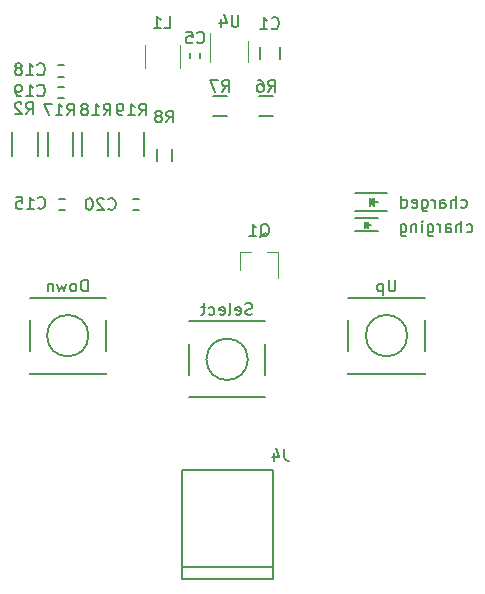
<source format=gbo>
G04 #@! TF.FileFunction,Legend,Bot*
%FSLAX46Y46*%
G04 Gerber Fmt 4.6, Leading zero omitted, Abs format (unit mm)*
G04 Created by KiCad (PCBNEW 4.0.7) date 2017 November 19, Sunday 17:56:15*
%MOMM*%
%LPD*%
G01*
G04 APERTURE LIST*
%ADD10C,0.100000*%
%ADD11C,0.200000*%
%ADD12C,0.150000*%
%ADD13C,0.120000*%
G04 APERTURE END LIST*
D10*
D11*
X161771428Y-108204762D02*
X161866666Y-108252381D01*
X162057143Y-108252381D01*
X162152381Y-108204762D01*
X162200000Y-108157143D01*
X162247619Y-108061905D01*
X162247619Y-107776190D01*
X162200000Y-107680952D01*
X162152381Y-107633333D01*
X162057143Y-107585714D01*
X161866666Y-107585714D01*
X161771428Y-107633333D01*
X161342857Y-108252381D02*
X161342857Y-107252381D01*
X160914285Y-108252381D02*
X160914285Y-107728571D01*
X160961904Y-107633333D01*
X161057142Y-107585714D01*
X161200000Y-107585714D01*
X161295238Y-107633333D01*
X161342857Y-107680952D01*
X160009523Y-108252381D02*
X160009523Y-107728571D01*
X160057142Y-107633333D01*
X160152380Y-107585714D01*
X160342857Y-107585714D01*
X160438095Y-107633333D01*
X160009523Y-108204762D02*
X160104761Y-108252381D01*
X160342857Y-108252381D01*
X160438095Y-108204762D01*
X160485714Y-108109524D01*
X160485714Y-108014286D01*
X160438095Y-107919048D01*
X160342857Y-107871429D01*
X160104761Y-107871429D01*
X160009523Y-107823810D01*
X159533333Y-108252381D02*
X159533333Y-107585714D01*
X159533333Y-107776190D02*
X159485714Y-107680952D01*
X159438095Y-107633333D01*
X159342857Y-107585714D01*
X159247618Y-107585714D01*
X158485713Y-107585714D02*
X158485713Y-108395238D01*
X158533332Y-108490476D01*
X158580951Y-108538095D01*
X158676190Y-108585714D01*
X158819047Y-108585714D01*
X158914285Y-108538095D01*
X158485713Y-108204762D02*
X158580951Y-108252381D01*
X158771428Y-108252381D01*
X158866666Y-108204762D01*
X158914285Y-108157143D01*
X158961904Y-108061905D01*
X158961904Y-107776190D01*
X158914285Y-107680952D01*
X158866666Y-107633333D01*
X158771428Y-107585714D01*
X158580951Y-107585714D01*
X158485713Y-107633333D01*
X158009523Y-108252381D02*
X158009523Y-107585714D01*
X158009523Y-107252381D02*
X158057142Y-107300000D01*
X158009523Y-107347619D01*
X157961904Y-107300000D01*
X158009523Y-107252381D01*
X158009523Y-107347619D01*
X157533333Y-107585714D02*
X157533333Y-108252381D01*
X157533333Y-107680952D02*
X157485714Y-107633333D01*
X157390476Y-107585714D01*
X157247618Y-107585714D01*
X157152380Y-107633333D01*
X157104761Y-107728571D01*
X157104761Y-108252381D01*
X156199999Y-107585714D02*
X156199999Y-108395238D01*
X156247618Y-108490476D01*
X156295237Y-108538095D01*
X156390476Y-108585714D01*
X156533333Y-108585714D01*
X156628571Y-108538095D01*
X156199999Y-108204762D02*
X156295237Y-108252381D01*
X156485714Y-108252381D01*
X156580952Y-108204762D01*
X156628571Y-108157143D01*
X156676190Y-108061905D01*
X156676190Y-107776190D01*
X156628571Y-107680952D01*
X156580952Y-107633333D01*
X156485714Y-107585714D01*
X156295237Y-107585714D01*
X156199999Y-107633333D01*
X161309524Y-106104762D02*
X161404762Y-106152381D01*
X161595239Y-106152381D01*
X161690477Y-106104762D01*
X161738096Y-106057143D01*
X161785715Y-105961905D01*
X161785715Y-105676190D01*
X161738096Y-105580952D01*
X161690477Y-105533333D01*
X161595239Y-105485714D01*
X161404762Y-105485714D01*
X161309524Y-105533333D01*
X160880953Y-106152381D02*
X160880953Y-105152381D01*
X160452381Y-106152381D02*
X160452381Y-105628571D01*
X160500000Y-105533333D01*
X160595238Y-105485714D01*
X160738096Y-105485714D01*
X160833334Y-105533333D01*
X160880953Y-105580952D01*
X159547619Y-106152381D02*
X159547619Y-105628571D01*
X159595238Y-105533333D01*
X159690476Y-105485714D01*
X159880953Y-105485714D01*
X159976191Y-105533333D01*
X159547619Y-106104762D02*
X159642857Y-106152381D01*
X159880953Y-106152381D01*
X159976191Y-106104762D01*
X160023810Y-106009524D01*
X160023810Y-105914286D01*
X159976191Y-105819048D01*
X159880953Y-105771429D01*
X159642857Y-105771429D01*
X159547619Y-105723810D01*
X159071429Y-106152381D02*
X159071429Y-105485714D01*
X159071429Y-105676190D02*
X159023810Y-105580952D01*
X158976191Y-105533333D01*
X158880953Y-105485714D01*
X158785714Y-105485714D01*
X158023809Y-105485714D02*
X158023809Y-106295238D01*
X158071428Y-106390476D01*
X158119047Y-106438095D01*
X158214286Y-106485714D01*
X158357143Y-106485714D01*
X158452381Y-106438095D01*
X158023809Y-106104762D02*
X158119047Y-106152381D01*
X158309524Y-106152381D01*
X158404762Y-106104762D01*
X158452381Y-106057143D01*
X158500000Y-105961905D01*
X158500000Y-105676190D01*
X158452381Y-105580952D01*
X158404762Y-105533333D01*
X158309524Y-105485714D01*
X158119047Y-105485714D01*
X158023809Y-105533333D01*
X157166666Y-106104762D02*
X157261904Y-106152381D01*
X157452381Y-106152381D01*
X157547619Y-106104762D01*
X157595238Y-106009524D01*
X157595238Y-105628571D01*
X157547619Y-105533333D01*
X157452381Y-105485714D01*
X157261904Y-105485714D01*
X157166666Y-105533333D01*
X157119047Y-105628571D01*
X157119047Y-105723810D01*
X157595238Y-105819048D01*
X156261904Y-106152381D02*
X156261904Y-105152381D01*
X156261904Y-106104762D02*
X156357142Y-106152381D01*
X156547619Y-106152381D01*
X156642857Y-106104762D01*
X156690476Y-106057143D01*
X156738095Y-105961905D01*
X156738095Y-105676190D01*
X156690476Y-105580952D01*
X156642857Y-105533333D01*
X156547619Y-105485714D01*
X156357142Y-105485714D01*
X156261904Y-105533333D01*
X155738095Y-112252381D02*
X155738095Y-113061905D01*
X155690476Y-113157143D01*
X155642857Y-113204762D01*
X155547619Y-113252381D01*
X155357142Y-113252381D01*
X155261904Y-113204762D01*
X155214285Y-113157143D01*
X155166666Y-113061905D01*
X155166666Y-112252381D01*
X154690476Y-112585714D02*
X154690476Y-113585714D01*
X154690476Y-112633333D02*
X154595238Y-112585714D01*
X154404761Y-112585714D01*
X154309523Y-112633333D01*
X154261904Y-112680952D01*
X154214285Y-112776190D01*
X154214285Y-113061905D01*
X154261904Y-113157143D01*
X154309523Y-113204762D01*
X154404761Y-113252381D01*
X154595238Y-113252381D01*
X154690476Y-113204762D01*
X143619048Y-115204762D02*
X143476191Y-115252381D01*
X143238095Y-115252381D01*
X143142857Y-115204762D01*
X143095238Y-115157143D01*
X143047619Y-115061905D01*
X143047619Y-114966667D01*
X143095238Y-114871429D01*
X143142857Y-114823810D01*
X143238095Y-114776190D01*
X143428572Y-114728571D01*
X143523810Y-114680952D01*
X143571429Y-114633333D01*
X143619048Y-114538095D01*
X143619048Y-114442857D01*
X143571429Y-114347619D01*
X143523810Y-114300000D01*
X143428572Y-114252381D01*
X143190476Y-114252381D01*
X143047619Y-114300000D01*
X142238095Y-115204762D02*
X142333333Y-115252381D01*
X142523810Y-115252381D01*
X142619048Y-115204762D01*
X142666667Y-115109524D01*
X142666667Y-114728571D01*
X142619048Y-114633333D01*
X142523810Y-114585714D01*
X142333333Y-114585714D01*
X142238095Y-114633333D01*
X142190476Y-114728571D01*
X142190476Y-114823810D01*
X142666667Y-114919048D01*
X141619048Y-115252381D02*
X141714286Y-115204762D01*
X141761905Y-115109524D01*
X141761905Y-114252381D01*
X140857142Y-115204762D02*
X140952380Y-115252381D01*
X141142857Y-115252381D01*
X141238095Y-115204762D01*
X141285714Y-115109524D01*
X141285714Y-114728571D01*
X141238095Y-114633333D01*
X141142857Y-114585714D01*
X140952380Y-114585714D01*
X140857142Y-114633333D01*
X140809523Y-114728571D01*
X140809523Y-114823810D01*
X141285714Y-114919048D01*
X139952380Y-115204762D02*
X140047618Y-115252381D01*
X140238095Y-115252381D01*
X140333333Y-115204762D01*
X140380952Y-115157143D01*
X140428571Y-115061905D01*
X140428571Y-114776190D01*
X140380952Y-114680952D01*
X140333333Y-114633333D01*
X140238095Y-114585714D01*
X140047618Y-114585714D01*
X139952380Y-114633333D01*
X139666666Y-114585714D02*
X139285714Y-114585714D01*
X139523809Y-114252381D02*
X139523809Y-115109524D01*
X139476190Y-115204762D01*
X139380952Y-115252381D01*
X139285714Y-115252381D01*
X129690476Y-113252381D02*
X129690476Y-112252381D01*
X129452381Y-112252381D01*
X129309523Y-112300000D01*
X129214285Y-112395238D01*
X129166666Y-112490476D01*
X129119047Y-112680952D01*
X129119047Y-112823810D01*
X129166666Y-113014286D01*
X129214285Y-113109524D01*
X129309523Y-113204762D01*
X129452381Y-113252381D01*
X129690476Y-113252381D01*
X128547619Y-113252381D02*
X128642857Y-113204762D01*
X128690476Y-113157143D01*
X128738095Y-113061905D01*
X128738095Y-112776190D01*
X128690476Y-112680952D01*
X128642857Y-112633333D01*
X128547619Y-112585714D01*
X128404761Y-112585714D01*
X128309523Y-112633333D01*
X128261904Y-112680952D01*
X128214285Y-112776190D01*
X128214285Y-113061905D01*
X128261904Y-113157143D01*
X128309523Y-113204762D01*
X128404761Y-113252381D01*
X128547619Y-113252381D01*
X127880952Y-112585714D02*
X127690476Y-113252381D01*
X127499999Y-112776190D01*
X127309523Y-113252381D01*
X127119047Y-112585714D01*
X126738095Y-112585714D02*
X126738095Y-113252381D01*
X126738095Y-112680952D02*
X126690476Y-112633333D01*
X126595238Y-112585714D01*
X126452380Y-112585714D01*
X126357142Y-112633333D01*
X126309523Y-112728571D01*
X126309523Y-113252381D01*
D12*
X145950000Y-92554700D02*
X145950000Y-93554700D01*
X144250000Y-93554700D02*
X144250000Y-92554700D01*
X138400000Y-93029700D02*
X138400000Y-93529700D01*
X139200000Y-93529700D02*
X139200000Y-93029700D01*
X127250000Y-105425000D02*
X127750000Y-105425000D01*
X127750000Y-106375000D02*
X127250000Y-106375000D01*
X127200000Y-94125000D02*
X127700000Y-94125000D01*
X127700000Y-95075000D02*
X127200000Y-95075000D01*
X127200000Y-95925000D02*
X127700000Y-95925000D01*
X127700000Y-96875000D02*
X127200000Y-96875000D01*
X134000000Y-106375000D02*
X133500000Y-106375000D01*
X133500000Y-105425000D02*
X134000000Y-105425000D01*
X152350700Y-107050000D02*
X154250700Y-107050000D01*
X152350700Y-108150000D02*
X154250700Y-108150000D01*
X153250700Y-107600000D02*
X153700700Y-107600000D01*
X153200700Y-107850000D02*
X153200700Y-107350000D01*
X153200700Y-107600000D02*
X153450700Y-107850000D01*
X153450700Y-107850000D02*
X153450700Y-107350000D01*
X153450700Y-107350000D02*
X153200700Y-107600000D01*
X152350980Y-104950000D02*
X155050980Y-104950000D01*
X152350980Y-106450000D02*
X155050980Y-106450000D01*
X153850980Y-105550000D02*
X153850980Y-105800000D01*
X153850980Y-105800000D02*
X153700980Y-105650000D01*
X153600980Y-106050000D02*
X153600980Y-105350000D01*
X153950980Y-105700000D02*
X154300980Y-105700000D01*
X153600980Y-105700000D02*
X153950980Y-106050000D01*
X153950980Y-106050000D02*
X153950980Y-105350000D01*
X153950980Y-105350000D02*
X153600980Y-105700000D01*
D13*
X134520000Y-92354700D02*
X134520000Y-94354700D01*
X137480000Y-94354700D02*
X137480000Y-92354700D01*
X142620000Y-109940000D02*
X143550000Y-109940000D01*
X145780000Y-109940000D02*
X144850000Y-109940000D01*
X145780000Y-109940000D02*
X145780000Y-112100000D01*
X142620000Y-109940000D02*
X142620000Y-111400000D01*
D12*
X123325000Y-99800000D02*
X123325000Y-101800000D01*
X125475000Y-101800000D02*
X125475000Y-99800000D01*
X135525000Y-101200000D02*
X135525000Y-102200000D01*
X136875000Y-102200000D02*
X136875000Y-101200000D01*
X128475000Y-101800000D02*
X128475000Y-99800000D01*
X126325000Y-99800000D02*
X126325000Y-101800000D01*
X131375000Y-101800000D02*
X131375000Y-99800000D01*
X129225000Y-99800000D02*
X129225000Y-101800000D01*
X134475000Y-101750000D02*
X134475000Y-99750000D01*
X132325000Y-99750000D02*
X132325000Y-101750000D01*
X156750714Y-117000000D02*
G75*
G03X156750714Y-117000000I-1750714J0D01*
G01*
X158225000Y-120225000D02*
X158225000Y-120200000D01*
X158225000Y-113775000D02*
X158225000Y-113800000D01*
X151775000Y-113775000D02*
X151775000Y-113800000D01*
X151775000Y-120200000D02*
X151775000Y-120225000D01*
X158225000Y-118300000D02*
X158225000Y-115700000D01*
X151775000Y-120225000D02*
X158225000Y-120225000D01*
X151775000Y-118300000D02*
X151775000Y-115700000D01*
X151775000Y-113775000D02*
X158225000Y-113775000D01*
X143250714Y-119000000D02*
G75*
G03X143250714Y-119000000I-1750714J0D01*
G01*
X144725000Y-122225000D02*
X144725000Y-122200000D01*
X144725000Y-115775000D02*
X144725000Y-115800000D01*
X138275000Y-115775000D02*
X138275000Y-115800000D01*
X138275000Y-122200000D02*
X138275000Y-122225000D01*
X144725000Y-120300000D02*
X144725000Y-117700000D01*
X138275000Y-122225000D02*
X144725000Y-122225000D01*
X138275000Y-120300000D02*
X138275000Y-117700000D01*
X138275000Y-115775000D02*
X144725000Y-115775000D01*
X129750714Y-117000000D02*
G75*
G03X129750714Y-117000000I-1750714J0D01*
G01*
X131225000Y-120225000D02*
X131225000Y-120200000D01*
X131225000Y-113775000D02*
X131225000Y-113800000D01*
X124775000Y-113775000D02*
X124775000Y-113800000D01*
X124775000Y-120200000D02*
X124775000Y-120225000D01*
X131225000Y-118300000D02*
X131225000Y-115700000D01*
X124775000Y-120225000D02*
X131225000Y-120225000D01*
X124775000Y-118300000D02*
X124775000Y-115700000D01*
X124775000Y-113775000D02*
X131225000Y-113775000D01*
X145350640Y-136599180D02*
X137649360Y-136599180D01*
X145350640Y-137599940D02*
X137649360Y-137599940D01*
X137649360Y-137599940D02*
X137649360Y-128400060D01*
X137649360Y-128400060D02*
X145350640Y-128400060D01*
X145350640Y-128400060D02*
X145350640Y-137599940D01*
X144200000Y-98429700D02*
X145400000Y-98429700D01*
X145400000Y-96679700D02*
X144200000Y-96679700D01*
X140300000Y-98429700D02*
X141500000Y-98429700D01*
X141500000Y-96679700D02*
X140300000Y-96679700D01*
D13*
X143260000Y-92054700D02*
X143260000Y-93854700D01*
X140040000Y-93854700D02*
X140040000Y-91404700D01*
D12*
X145266666Y-90957143D02*
X145314285Y-91004762D01*
X145457142Y-91052381D01*
X145552380Y-91052381D01*
X145695238Y-91004762D01*
X145790476Y-90909524D01*
X145838095Y-90814286D01*
X145885714Y-90623810D01*
X145885714Y-90480952D01*
X145838095Y-90290476D01*
X145790476Y-90195238D01*
X145695238Y-90100000D01*
X145552380Y-90052381D01*
X145457142Y-90052381D01*
X145314285Y-90100000D01*
X145266666Y-90147619D01*
X144314285Y-91052381D02*
X144885714Y-91052381D01*
X144600000Y-91052381D02*
X144600000Y-90052381D01*
X144695238Y-90195238D01*
X144790476Y-90290476D01*
X144885714Y-90338095D01*
X138966666Y-92157143D02*
X139014285Y-92204762D01*
X139157142Y-92252381D01*
X139252380Y-92252381D01*
X139395238Y-92204762D01*
X139490476Y-92109524D01*
X139538095Y-92014286D01*
X139585714Y-91823810D01*
X139585714Y-91680952D01*
X139538095Y-91490476D01*
X139490476Y-91395238D01*
X139395238Y-91300000D01*
X139252380Y-91252381D01*
X139157142Y-91252381D01*
X139014285Y-91300000D01*
X138966666Y-91347619D01*
X138061904Y-91252381D02*
X138538095Y-91252381D01*
X138585714Y-91728571D01*
X138538095Y-91680952D01*
X138442857Y-91633333D01*
X138204761Y-91633333D01*
X138109523Y-91680952D01*
X138061904Y-91728571D01*
X138014285Y-91823810D01*
X138014285Y-92061905D01*
X138061904Y-92157143D01*
X138109523Y-92204762D01*
X138204761Y-92252381D01*
X138442857Y-92252381D01*
X138538095Y-92204762D01*
X138585714Y-92157143D01*
X125492857Y-106157143D02*
X125540476Y-106204762D01*
X125683333Y-106252381D01*
X125778571Y-106252381D01*
X125921429Y-106204762D01*
X126016667Y-106109524D01*
X126064286Y-106014286D01*
X126111905Y-105823810D01*
X126111905Y-105680952D01*
X126064286Y-105490476D01*
X126016667Y-105395238D01*
X125921429Y-105300000D01*
X125778571Y-105252381D01*
X125683333Y-105252381D01*
X125540476Y-105300000D01*
X125492857Y-105347619D01*
X124540476Y-106252381D02*
X125111905Y-106252381D01*
X124826191Y-106252381D02*
X124826191Y-105252381D01*
X124921429Y-105395238D01*
X125016667Y-105490476D01*
X125111905Y-105538095D01*
X123635714Y-105252381D02*
X124111905Y-105252381D01*
X124159524Y-105728571D01*
X124111905Y-105680952D01*
X124016667Y-105633333D01*
X123778571Y-105633333D01*
X123683333Y-105680952D01*
X123635714Y-105728571D01*
X123588095Y-105823810D01*
X123588095Y-106061905D01*
X123635714Y-106157143D01*
X123683333Y-106204762D01*
X123778571Y-106252381D01*
X124016667Y-106252381D01*
X124111905Y-106204762D01*
X124159524Y-106157143D01*
X125442857Y-94857143D02*
X125490476Y-94904762D01*
X125633333Y-94952381D01*
X125728571Y-94952381D01*
X125871429Y-94904762D01*
X125966667Y-94809524D01*
X126014286Y-94714286D01*
X126061905Y-94523810D01*
X126061905Y-94380952D01*
X126014286Y-94190476D01*
X125966667Y-94095238D01*
X125871429Y-94000000D01*
X125728571Y-93952381D01*
X125633333Y-93952381D01*
X125490476Y-94000000D01*
X125442857Y-94047619D01*
X124490476Y-94952381D02*
X125061905Y-94952381D01*
X124776191Y-94952381D02*
X124776191Y-93952381D01*
X124871429Y-94095238D01*
X124966667Y-94190476D01*
X125061905Y-94238095D01*
X123919048Y-94380952D02*
X124014286Y-94333333D01*
X124061905Y-94285714D01*
X124109524Y-94190476D01*
X124109524Y-94142857D01*
X124061905Y-94047619D01*
X124014286Y-94000000D01*
X123919048Y-93952381D01*
X123728571Y-93952381D01*
X123633333Y-94000000D01*
X123585714Y-94047619D01*
X123538095Y-94142857D01*
X123538095Y-94190476D01*
X123585714Y-94285714D01*
X123633333Y-94333333D01*
X123728571Y-94380952D01*
X123919048Y-94380952D01*
X124014286Y-94428571D01*
X124061905Y-94476190D01*
X124109524Y-94571429D01*
X124109524Y-94761905D01*
X124061905Y-94857143D01*
X124014286Y-94904762D01*
X123919048Y-94952381D01*
X123728571Y-94952381D01*
X123633333Y-94904762D01*
X123585714Y-94857143D01*
X123538095Y-94761905D01*
X123538095Y-94571429D01*
X123585714Y-94476190D01*
X123633333Y-94428571D01*
X123728571Y-94380952D01*
X125442857Y-96657143D02*
X125490476Y-96704762D01*
X125633333Y-96752381D01*
X125728571Y-96752381D01*
X125871429Y-96704762D01*
X125966667Y-96609524D01*
X126014286Y-96514286D01*
X126061905Y-96323810D01*
X126061905Y-96180952D01*
X126014286Y-95990476D01*
X125966667Y-95895238D01*
X125871429Y-95800000D01*
X125728571Y-95752381D01*
X125633333Y-95752381D01*
X125490476Y-95800000D01*
X125442857Y-95847619D01*
X124490476Y-96752381D02*
X125061905Y-96752381D01*
X124776191Y-96752381D02*
X124776191Y-95752381D01*
X124871429Y-95895238D01*
X124966667Y-95990476D01*
X125061905Y-96038095D01*
X124014286Y-96752381D02*
X123823810Y-96752381D01*
X123728571Y-96704762D01*
X123680952Y-96657143D01*
X123585714Y-96514286D01*
X123538095Y-96323810D01*
X123538095Y-95942857D01*
X123585714Y-95847619D01*
X123633333Y-95800000D01*
X123728571Y-95752381D01*
X123919048Y-95752381D01*
X124014286Y-95800000D01*
X124061905Y-95847619D01*
X124109524Y-95942857D01*
X124109524Y-96180952D01*
X124061905Y-96276190D01*
X124014286Y-96323810D01*
X123919048Y-96371429D01*
X123728571Y-96371429D01*
X123633333Y-96323810D01*
X123585714Y-96276190D01*
X123538095Y-96180952D01*
X131442857Y-106257143D02*
X131490476Y-106304762D01*
X131633333Y-106352381D01*
X131728571Y-106352381D01*
X131871429Y-106304762D01*
X131966667Y-106209524D01*
X132014286Y-106114286D01*
X132061905Y-105923810D01*
X132061905Y-105780952D01*
X132014286Y-105590476D01*
X131966667Y-105495238D01*
X131871429Y-105400000D01*
X131728571Y-105352381D01*
X131633333Y-105352381D01*
X131490476Y-105400000D01*
X131442857Y-105447619D01*
X131061905Y-105447619D02*
X131014286Y-105400000D01*
X130919048Y-105352381D01*
X130680952Y-105352381D01*
X130585714Y-105400000D01*
X130538095Y-105447619D01*
X130490476Y-105542857D01*
X130490476Y-105638095D01*
X130538095Y-105780952D01*
X131109524Y-106352381D01*
X130490476Y-106352381D01*
X129871429Y-105352381D02*
X129776190Y-105352381D01*
X129680952Y-105400000D01*
X129633333Y-105447619D01*
X129585714Y-105542857D01*
X129538095Y-105733333D01*
X129538095Y-105971429D01*
X129585714Y-106161905D01*
X129633333Y-106257143D01*
X129680952Y-106304762D01*
X129776190Y-106352381D01*
X129871429Y-106352381D01*
X129966667Y-106304762D01*
X130014286Y-106257143D01*
X130061905Y-106161905D01*
X130109524Y-105971429D01*
X130109524Y-105733333D01*
X130061905Y-105542857D01*
X130014286Y-105447619D01*
X129966667Y-105400000D01*
X129871429Y-105352381D01*
X136166666Y-90952381D02*
X136642857Y-90952381D01*
X136642857Y-89952381D01*
X135309523Y-90952381D02*
X135880952Y-90952381D01*
X135595238Y-90952381D02*
X135595238Y-89952381D01*
X135690476Y-90095238D01*
X135785714Y-90190476D01*
X135880952Y-90238095D01*
X144295238Y-108647619D02*
X144390476Y-108600000D01*
X144485714Y-108504762D01*
X144628571Y-108361905D01*
X144723810Y-108314286D01*
X144819048Y-108314286D01*
X144771429Y-108552381D02*
X144866667Y-108504762D01*
X144961905Y-108409524D01*
X145009524Y-108219048D01*
X145009524Y-107885714D01*
X144961905Y-107695238D01*
X144866667Y-107600000D01*
X144771429Y-107552381D01*
X144580952Y-107552381D01*
X144485714Y-107600000D01*
X144390476Y-107695238D01*
X144342857Y-107885714D01*
X144342857Y-108219048D01*
X144390476Y-108409524D01*
X144485714Y-108504762D01*
X144580952Y-108552381D01*
X144771429Y-108552381D01*
X143390476Y-108552381D02*
X143961905Y-108552381D01*
X143676191Y-108552381D02*
X143676191Y-107552381D01*
X143771429Y-107695238D01*
X143866667Y-107790476D01*
X143961905Y-107838095D01*
X124466666Y-98252381D02*
X124800000Y-97776190D01*
X125038095Y-98252381D02*
X125038095Y-97252381D01*
X124657142Y-97252381D01*
X124561904Y-97300000D01*
X124514285Y-97347619D01*
X124466666Y-97442857D01*
X124466666Y-97585714D01*
X124514285Y-97680952D01*
X124561904Y-97728571D01*
X124657142Y-97776190D01*
X125038095Y-97776190D01*
X124085714Y-97347619D02*
X124038095Y-97300000D01*
X123942857Y-97252381D01*
X123704761Y-97252381D01*
X123609523Y-97300000D01*
X123561904Y-97347619D01*
X123514285Y-97442857D01*
X123514285Y-97538095D01*
X123561904Y-97680952D01*
X124133333Y-98252381D01*
X123514285Y-98252381D01*
X136366666Y-98952381D02*
X136700000Y-98476190D01*
X136938095Y-98952381D02*
X136938095Y-97952381D01*
X136557142Y-97952381D01*
X136461904Y-98000000D01*
X136414285Y-98047619D01*
X136366666Y-98142857D01*
X136366666Y-98285714D01*
X136414285Y-98380952D01*
X136461904Y-98428571D01*
X136557142Y-98476190D01*
X136938095Y-98476190D01*
X135795238Y-98380952D02*
X135890476Y-98333333D01*
X135938095Y-98285714D01*
X135985714Y-98190476D01*
X135985714Y-98142857D01*
X135938095Y-98047619D01*
X135890476Y-98000000D01*
X135795238Y-97952381D01*
X135604761Y-97952381D01*
X135509523Y-98000000D01*
X135461904Y-98047619D01*
X135414285Y-98142857D01*
X135414285Y-98190476D01*
X135461904Y-98285714D01*
X135509523Y-98333333D01*
X135604761Y-98380952D01*
X135795238Y-98380952D01*
X135890476Y-98428571D01*
X135938095Y-98476190D01*
X135985714Y-98571429D01*
X135985714Y-98761905D01*
X135938095Y-98857143D01*
X135890476Y-98904762D01*
X135795238Y-98952381D01*
X135604761Y-98952381D01*
X135509523Y-98904762D01*
X135461904Y-98857143D01*
X135414285Y-98761905D01*
X135414285Y-98571429D01*
X135461904Y-98476190D01*
X135509523Y-98428571D01*
X135604761Y-98380952D01*
X127942857Y-98352381D02*
X128276191Y-97876190D01*
X128514286Y-98352381D02*
X128514286Y-97352381D01*
X128133333Y-97352381D01*
X128038095Y-97400000D01*
X127990476Y-97447619D01*
X127942857Y-97542857D01*
X127942857Y-97685714D01*
X127990476Y-97780952D01*
X128038095Y-97828571D01*
X128133333Y-97876190D01*
X128514286Y-97876190D01*
X126990476Y-98352381D02*
X127561905Y-98352381D01*
X127276191Y-98352381D02*
X127276191Y-97352381D01*
X127371429Y-97495238D01*
X127466667Y-97590476D01*
X127561905Y-97638095D01*
X126657143Y-97352381D02*
X125990476Y-97352381D01*
X126419048Y-98352381D01*
X131042857Y-98352381D02*
X131376191Y-97876190D01*
X131614286Y-98352381D02*
X131614286Y-97352381D01*
X131233333Y-97352381D01*
X131138095Y-97400000D01*
X131090476Y-97447619D01*
X131042857Y-97542857D01*
X131042857Y-97685714D01*
X131090476Y-97780952D01*
X131138095Y-97828571D01*
X131233333Y-97876190D01*
X131614286Y-97876190D01*
X130090476Y-98352381D02*
X130661905Y-98352381D01*
X130376191Y-98352381D02*
X130376191Y-97352381D01*
X130471429Y-97495238D01*
X130566667Y-97590476D01*
X130661905Y-97638095D01*
X129519048Y-97780952D02*
X129614286Y-97733333D01*
X129661905Y-97685714D01*
X129709524Y-97590476D01*
X129709524Y-97542857D01*
X129661905Y-97447619D01*
X129614286Y-97400000D01*
X129519048Y-97352381D01*
X129328571Y-97352381D01*
X129233333Y-97400000D01*
X129185714Y-97447619D01*
X129138095Y-97542857D01*
X129138095Y-97590476D01*
X129185714Y-97685714D01*
X129233333Y-97733333D01*
X129328571Y-97780952D01*
X129519048Y-97780952D01*
X129614286Y-97828571D01*
X129661905Y-97876190D01*
X129709524Y-97971429D01*
X129709524Y-98161905D01*
X129661905Y-98257143D01*
X129614286Y-98304762D01*
X129519048Y-98352381D01*
X129328571Y-98352381D01*
X129233333Y-98304762D01*
X129185714Y-98257143D01*
X129138095Y-98161905D01*
X129138095Y-97971429D01*
X129185714Y-97876190D01*
X129233333Y-97828571D01*
X129328571Y-97780952D01*
X134042857Y-98352381D02*
X134376191Y-97876190D01*
X134614286Y-98352381D02*
X134614286Y-97352381D01*
X134233333Y-97352381D01*
X134138095Y-97400000D01*
X134090476Y-97447619D01*
X134042857Y-97542857D01*
X134042857Y-97685714D01*
X134090476Y-97780952D01*
X134138095Y-97828571D01*
X134233333Y-97876190D01*
X134614286Y-97876190D01*
X133090476Y-98352381D02*
X133661905Y-98352381D01*
X133376191Y-98352381D02*
X133376191Y-97352381D01*
X133471429Y-97495238D01*
X133566667Y-97590476D01*
X133661905Y-97638095D01*
X132614286Y-98352381D02*
X132423810Y-98352381D01*
X132328571Y-98304762D01*
X132280952Y-98257143D01*
X132185714Y-98114286D01*
X132138095Y-97923810D01*
X132138095Y-97542857D01*
X132185714Y-97447619D01*
X132233333Y-97400000D01*
X132328571Y-97352381D01*
X132519048Y-97352381D01*
X132614286Y-97400000D01*
X132661905Y-97447619D01*
X132709524Y-97542857D01*
X132709524Y-97780952D01*
X132661905Y-97876190D01*
X132614286Y-97923810D01*
X132519048Y-97971429D01*
X132328571Y-97971429D01*
X132233333Y-97923810D01*
X132185714Y-97876190D01*
X132138095Y-97780952D01*
X146333693Y-126601481D02*
X146333693Y-127315767D01*
X146381313Y-127458624D01*
X146476551Y-127553862D01*
X146619408Y-127601481D01*
X146714646Y-127601481D01*
X145428931Y-126934814D02*
X145428931Y-127601481D01*
X145667027Y-126553862D02*
X145905122Y-127268148D01*
X145286074Y-127268148D01*
X144966666Y-96352381D02*
X145300000Y-95876190D01*
X145538095Y-96352381D02*
X145538095Y-95352381D01*
X145157142Y-95352381D01*
X145061904Y-95400000D01*
X145014285Y-95447619D01*
X144966666Y-95542857D01*
X144966666Y-95685714D01*
X145014285Y-95780952D01*
X145061904Y-95828571D01*
X145157142Y-95876190D01*
X145538095Y-95876190D01*
X144109523Y-95352381D02*
X144300000Y-95352381D01*
X144395238Y-95400000D01*
X144442857Y-95447619D01*
X144538095Y-95590476D01*
X144585714Y-95780952D01*
X144585714Y-96161905D01*
X144538095Y-96257143D01*
X144490476Y-96304762D01*
X144395238Y-96352381D01*
X144204761Y-96352381D01*
X144109523Y-96304762D01*
X144061904Y-96257143D01*
X144014285Y-96161905D01*
X144014285Y-95923810D01*
X144061904Y-95828571D01*
X144109523Y-95780952D01*
X144204761Y-95733333D01*
X144395238Y-95733333D01*
X144490476Y-95780952D01*
X144538095Y-95828571D01*
X144585714Y-95923810D01*
X141066666Y-96352381D02*
X141400000Y-95876190D01*
X141638095Y-96352381D02*
X141638095Y-95352381D01*
X141257142Y-95352381D01*
X141161904Y-95400000D01*
X141114285Y-95447619D01*
X141066666Y-95542857D01*
X141066666Y-95685714D01*
X141114285Y-95780952D01*
X141161904Y-95828571D01*
X141257142Y-95876190D01*
X141638095Y-95876190D01*
X140733333Y-95352381D02*
X140066666Y-95352381D01*
X140495238Y-96352381D01*
X142461905Y-89852381D02*
X142461905Y-90661905D01*
X142414286Y-90757143D01*
X142366667Y-90804762D01*
X142271429Y-90852381D01*
X142080952Y-90852381D01*
X141985714Y-90804762D01*
X141938095Y-90757143D01*
X141890476Y-90661905D01*
X141890476Y-89852381D01*
X140985714Y-90185714D02*
X140985714Y-90852381D01*
X141223810Y-89804762D02*
X141461905Y-90519048D01*
X140842857Y-90519048D01*
M02*

</source>
